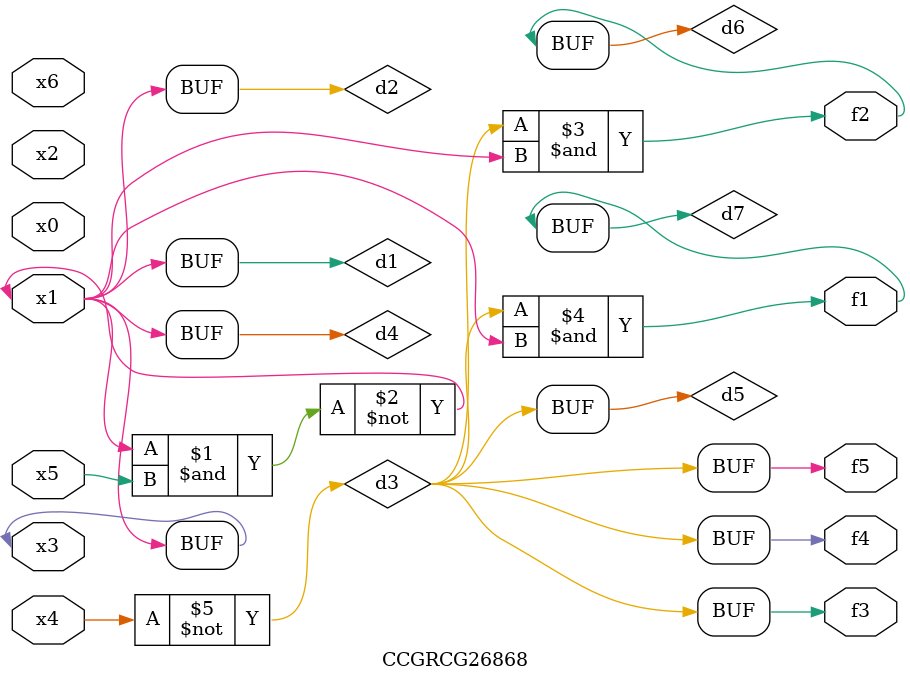
<source format=v>
module CCGRCG26868(
	input x0, x1, x2, x3, x4, x5, x6,
	output f1, f2, f3, f4, f5
);

	wire d1, d2, d3, d4, d5, d6, d7;

	buf (d1, x1, x3);
	nand (d2, x1, x5);
	not (d3, x4);
	buf (d4, d1, d2);
	buf (d5, d3);
	and (d6, d3, d4);
	and (d7, d3, d4);
	assign f1 = d7;
	assign f2 = d6;
	assign f3 = d5;
	assign f4 = d5;
	assign f5 = d5;
endmodule

</source>
